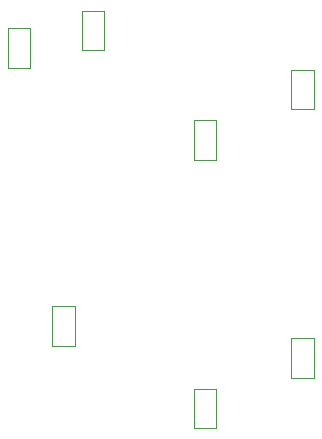
<source format=gbr>
G04 #@! TF.GenerationSoftware,KiCad,Pcbnew,5.1.5*
G04 #@! TF.CreationDate,2020-04-13T11:39:52+02:00*
G04 #@! TF.ProjectId,h_bridge,685f6272-6964-4676-952e-6b696361645f,rev?*
G04 #@! TF.SameCoordinates,Original*
G04 #@! TF.FileFunction,Other,User*
%FSLAX46Y46*%
G04 Gerber Fmt 4.6, Leading zero omitted, Abs format (unit mm)*
G04 Created by KiCad (PCBNEW 5.1.5) date 2020-04-13 11:39:52*
%MOMM*%
%LPD*%
G04 APERTURE LIST*
%ADD10C,0.050000*%
G04 APERTURE END LIST*
D10*
X120950000Y-115180000D02*
X120950000Y-111820000D01*
X119050000Y-115180000D02*
X120950000Y-115180000D01*
X119050000Y-111820000D02*
X119050000Y-115180000D01*
X120950000Y-111820000D02*
X119050000Y-111820000D01*
X127200000Y-110320000D02*
X125300000Y-110320000D01*
X125300000Y-110320000D02*
X125300000Y-113680000D01*
X125300000Y-113680000D02*
X127200000Y-113680000D01*
X127200000Y-113680000D02*
X127200000Y-110320000D01*
X124700000Y-138680000D02*
X124700000Y-135320000D01*
X122800000Y-138680000D02*
X124700000Y-138680000D01*
X122800000Y-135320000D02*
X122800000Y-138680000D01*
X124700000Y-135320000D02*
X122800000Y-135320000D01*
X134800000Y-122930000D02*
X136700000Y-122930000D01*
X136700000Y-122930000D02*
X136700000Y-119570000D01*
X136700000Y-119570000D02*
X134800000Y-119570000D01*
X134800000Y-119570000D02*
X134800000Y-122930000D01*
X134800000Y-145680000D02*
X136700000Y-145680000D01*
X136700000Y-145680000D02*
X136700000Y-142320000D01*
X136700000Y-142320000D02*
X134800000Y-142320000D01*
X134800000Y-142320000D02*
X134800000Y-145680000D01*
X144950000Y-118680000D02*
X144950000Y-115320000D01*
X143050000Y-118680000D02*
X144950000Y-118680000D01*
X143050000Y-115320000D02*
X143050000Y-118680000D01*
X144950000Y-115320000D02*
X143050000Y-115320000D01*
X144950000Y-141430000D02*
X144950000Y-138070000D01*
X143050000Y-141430000D02*
X144950000Y-141430000D01*
X143050000Y-138070000D02*
X143050000Y-141430000D01*
X144950000Y-138070000D02*
X143050000Y-138070000D01*
M02*

</source>
